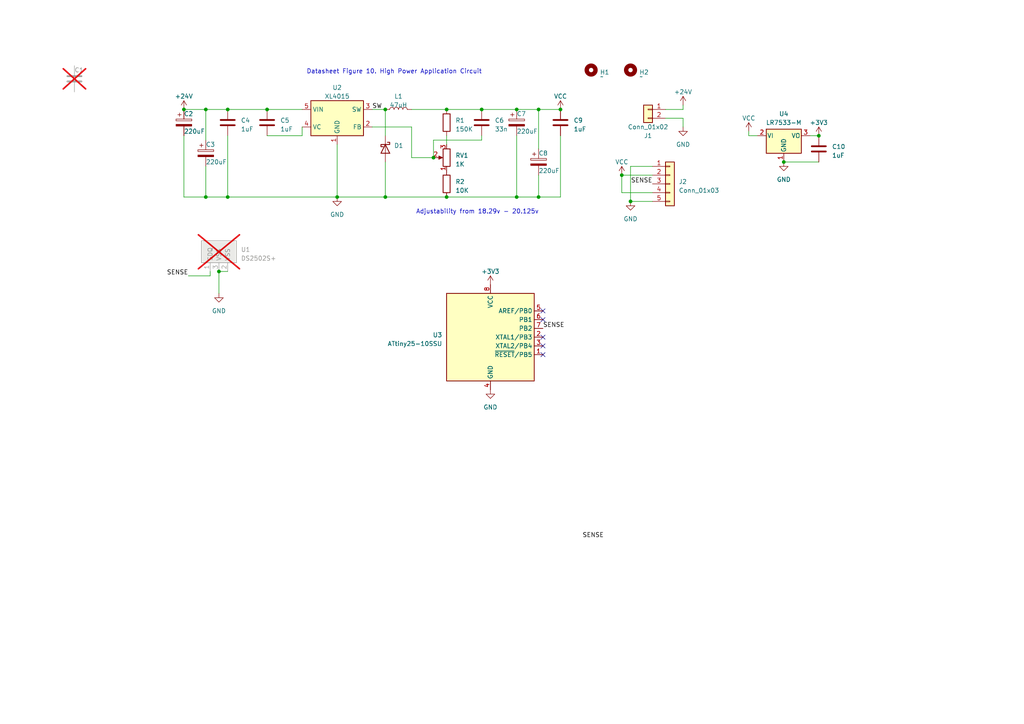
<source format=kicad_sch>
(kicad_sch (version 20230121) (generator eeschema)
  (paper "A4")
  (lib_symbols
    (symbol "Connector_Generic:Conn_01x02" (pin_names (offset 1.016) hide)
      (property "Reference" "J" (at 0 2.54 0))
      (property "Value" "Conn_01x02" (at 0 -5.08 0))
      (symbol "Conn_01x02_1_1"
        (rectangle (start -1.27 -2.413) (end 0 -2.667) (stroke (width 0.1524)))
        (rectangle (start -1.27 0.127) (end 0 -0.127) (stroke (width 0.1524)))
        (rectangle (start -1.27 1.27) (end 1.27 -3.81) (stroke (width 0.254)) (fill (type background)))
        (pin passive line (at -5.08 0 0) (length 3.81) (name "Pin_1") (number "1"))
        (pin passive line (at -5.08 -2.54 0) (length 3.81) (name "Pin_2") (number "2"))
      )
    )
    (symbol "Connector_Generic:Conn_01x05" (pin_names (offset 1.016) hide)
      (property "Reference" "J" (at 0 7.62 0))
      (property "Value" "Conn_01x05" (at 0 -7.62 0))
      (symbol "Conn_01x05_1_1"
        (rectangle (start -1.27 -4.953) (end 0 -5.207) (stroke (width 0.1524)))
        (rectangle (start -1.27 -2.413) (end 0 -2.667) (stroke (width 0.1524)))
        (rectangle (start -1.27 0.127) (end 0 -0.127) (stroke (width 0.1524)))
        (rectangle (start -1.27 2.667) (end 0 2.413) (stroke (width 0.1524)))
        (rectangle (start -1.27 5.207) (end 0 4.953) (stroke (width 0.1524)))
        (rectangle (start -1.27 6.35) (end 1.27 -6.35) (stroke (width 0.254)) (fill (type background)))
        (pin passive line (at -5.08 5.08 0) (length 3.81) (name "Pin_1") (number "1"))
        (pin passive line (at -5.08 2.54 0) (length 3.81) (name "Pin_2") (number "2"))
        (pin passive line (at -5.08 0 0) (length 3.81) (name "Pin_3") (number "3"))
        (pin passive line (at -5.08 -2.54 0) (length 3.81) (name "Pin_4") (number "4"))
        (pin passive line (at -5.08 -5.08 0) (length 3.81) (name "Pin_5") (number "5"))
      )
    )
    (symbol "Device:C" (pin_numbers hide) (pin_names (offset 0.254))
      (property "Reference" "C" (at 0.635 2.54 0))
      (property "Value" "C" (at 0.635 -2.54 0))
      (symbol "C_0_1"
        (polyline (pts (xy -2.032 -0.762) (xy 2.032 -0.762)) (stroke (width 0.508)))
        (polyline (pts (xy -2.032 0.762) (xy 2.032 0.762)) (stroke (width 0.508)))
      )
      (symbol "C_1_1"
        (pin passive line (at 0 3.81 270) (length 2.794) (name "~") (number "1"))
        (pin passive line (at 0 -3.81 90) (length 2.794) (name "~") (number "2"))
      )
    )
    (symbol "Device:C_Polarized" (pin_numbers hide) (pin_names (offset 0.254))
      (property "Reference" "C" (at 0.635 2.54 0))
      (property "Value" "C_Polarized" (at 0.635 -2.54 0))
      (symbol "C_Polarized_0_1"
        (rectangle (start -2.286 0.508) (end 2.286 1.016))
        (polyline (pts (xy -1.778 2.286) (xy -0.762 2.286)))
        (polyline (pts (xy -1.27 2.794) (xy -1.27 1.778)))
        (rectangle (start 2.286 -0.508) (end -2.286 -1.016) (fill (type outline)))
      )
      (symbol "C_Polarized_1_1"
        (pin passive line (at 0 3.81 270) (length 2.794) (name "~") (number "1"))
        (pin passive line (at 0 -3.81 90) (length 2.794) (name "~") (number "2"))
      )
    )
    (symbol "Device:D_Schottky" (pin_numbers hide) (pin_names (offset 1.016) hide)
      (property "Reference" "D" (at 0 2.54 0))
      (property "Value" "D_Schottky" (at 0 -2.54 0))
      (symbol "D_Schottky_0_1"
        (polyline (pts (xy 1.27 0) (xy -1.27 0)))
        (polyline (pts (xy 1.27 1.27) (xy 1.27 -1.27) (xy -1.27 0) (xy 1.27 1.27)) (stroke (width 0.254)))
        (polyline (pts (xy -1.905 0.635) (xy -1.905 1.27) (xy -1.27 1.27) (xy -1.27 -1.27) (xy -0.635 -1.27) (xy -0.635 -0.635)) (stroke (width 0.254)))
      )
      (symbol "D_Schottky_1_1"
        (pin passive line (at -3.81 0 0) (length 2.54) (name "K") (number "1"))
        (pin passive line (at 3.81 0 180) (length 2.54) (name "A") (number "2"))
      )
    )
    (symbol "Device:L" (pin_numbers hide) (pin_names (offset 1.016) hide)
      (property "Reference" "L" (at -1.27 0 90))
      (property "Value" "L" (at 1.905 0 90))
      (symbol "L_0_1"
        (arc (start 0 -2.54) (mid 0.6323 -1.905) (end 0 -1.27))
        (arc (start 0 -1.27) (mid 0.6323 -0.635) (end 0 0))
        (arc (start 0 0) (mid 0.6323 0.635) (end 0 1.27))
        (arc (start 0 1.27) (mid 0.6323 1.905) (end 0 2.54))
      )
      (symbol "L_1_1"
        (pin passive line (at 0 3.81 270) (length 1.27) (name "1") (number "1"))
        (pin passive line (at 0 -3.81 90) (length 1.27) (name "2") (number "2"))
      )
    )
    (symbol "Device:R" (pin_numbers hide) (pin_names (offset 0))
      (property "Reference" "R" (at 2.032 0 90))
      (property "Value" "R" (at 0 0 90))
      (symbol "R_0_1"
        (rectangle (start -1.016 -2.54) (end 1.016 2.54) (stroke (width 0.254)))
      )
      (symbol "R_1_1"
        (pin passive line (at 0 3.81 270) (length 1.27) (name "~") (number "1"))
        (pin passive line (at 0 -3.81 90) (length 1.27) (name "~") (number "2"))
      )
    )
    (symbol "Device:R_Potentiometer" (pin_names (offset 1.016) hide)
      (property "Reference" "RV" (at -4.445 0 90))
      (property "Value" "R_Potentiometer" (at -2.54 0 90))
      (symbol "R_Potentiometer_0_1"
        (polyline (pts (xy 2.54 0) (xy 1.524 0)))
        (polyline (pts (xy 1.143 0) (xy 2.286 0.508) (xy 2.286 -0.508) (xy 1.143 0)) (fill (type outline)))
        (rectangle (start 1.016 2.54) (end -1.016 -2.54) (stroke (width 0.254)))
      )
      (symbol "R_Potentiometer_1_1"
        (pin passive line (at 0 3.81 270) (length 1.27) (name "1") (number "1"))
        (pin passive line (at 3.81 0 180) (length 1.27) (name "2") (number "2"))
        (pin passive line (at 0 -3.81 90) (length 1.27) (name "3") (number "3"))
      )
    )
    (symbol "MCU_Microchip_ATtiny:ATtiny25-20SS"
      (property "Reference" "U" (at -12.7 13.97 0))
      (property "Value" "ATtiny25-20SS" (at 2.54 -13.97 0))
      (symbol "ATtiny25-20SS_0_1"
        (rectangle (start -12.7 -12.7) (end 12.7 12.7) (stroke (width 0.254)) (fill (type background)))
      )
      (symbol "ATtiny25-20SS_1_1"
        (pin bidirectional line (at 15.24 -5.08 180) (length 2.54) (name "~{RESET}/PB5") (number "1"))
        (pin bidirectional line (at 15.24 0 180) (length 2.54) (name "XTAL1/PB3") (number "2"))
        (pin bidirectional line (at 15.24 -2.54 180) (length 2.54) (name "XTAL2/PB4") (number "3"))
        (pin power_in line (at 0 -15.24 90) (length 2.54) (name "GND") (number "4"))
        (pin bidirectional line (at 15.24 7.62 180) (length 2.54) (name "AREF/PB0") (number "5"))
        (pin bidirectional line (at 15.24 5.08 180) (length 2.54) (name "PB1") (number "6"))
        (pin bidirectional line (at 15.24 2.54 180) (length 2.54) (name "PB2") (number "7"))
        (pin power_in line (at 0 15.24 270) (length 2.54) (name "VCC") (number "8"))
      )
    )
    (symbol "Mechanical:MountingHole" (pin_names (offset 1.016))
      (property "Reference" "H" (at 0 5.08 0))
      (property "Value" "MountingHole" (at 0 3.175 0))
      (symbol "MountingHole_0_1"
        (circle (center 0 0) (radius 1.27) (stroke (width 1.27)))
      )
    )
    (symbol "Optiplower:DS2502"
      (property "Reference" "U" (at -3.81 3.81 0))
      (property "Value" "DS2502+" (at 0 0 0))
      (symbol "DS2502_1_1"
        (rectangle (start -5.08 2.54) (end 5.08 -3.81) (fill (type background)))
        (pin input line (at -2.54 -6.35 90) (length 2.54) (name "SDQ") (number "1"))
        (pin input line (at 2.54 -6.35 90) (length 2.54) (name "VSS") (number "2"))
        (pin input line (at 0 -6.35 90) (length 2.54) (name "VSS") (number "3"))
      )
    )
    (symbol "Optiplower:LR7533-M" (pin_names (offset 0.254))
      (property "Reference" "U" (at -3.81 3.175 0))
      (property "Value" "LR7533-M" (at 0 3.175 0))
      (symbol "LR7533-M_0_1"
        (rectangle (start -5.08 1.905) (end 5.08 -5.08) (stroke (width 0.254)) (fill (type background)))
      )
      (symbol "LR7533-M_1_1"
        (pin power_in line (at 0 -7.62 90) (length 2.54) (name "GND") (number "1"))
        (pin power_in line (at -7.62 0 0) (length 2.54) (name "VI") (number "2"))
        (pin power_out line (at 7.62 0 180) (length 2.54) (name "VO") (number "3"))
      )
    )
    (symbol "Regulator_Switching:XL4015"
      (property "Reference" "U?" (at -6.35 6.35 0))
      (property "Value" "XL4015" (at 6.35 6.35 0))
      (symbol "XL4015_0_1"
        (rectangle (start -7.62 5.08) (end 7.62 -5.08) (stroke (width 0.254)) (fill (type background)))
      )
      (symbol "XL4015_1_1"
        (pin power_in line (at 0 -7.62 90) (length 2.54) (name "GND") (number "1"))
        (pin input line (at 10.16 -2.54 180) (length 2.54) (name "FB") (number "2"))
        (pin power_out line (at 10.16 2.54 180) (length 2.54) (name "SW") (number "3"))
        (pin input line (at -10.16 -2.54 0) (length 2.54) (name "VC") (number "4"))
        (pin power_in line (at -10.16 2.54 0) (length 2.54) (name "VIN") (number "5"))
      )
    )
    (symbol "power:+24V" (power) (pin_names (offset 0))
      (property "Value" "+24V" (at 0 3.556 0))
      (symbol "+24V_0_1"
        (polyline (pts (xy -0.762 1.27) (xy 0 2.54)))
        (polyline (pts (xy 0 0) (xy 0 2.54)))
        (polyline (pts (xy 0 2.54) (xy 0.762 1.27)))
      )
      (symbol "+24V_1_1"
        (pin power_in line (at 0 0 90) (length 0) hide (name "+24V") (number "1"))
      )
    )
    (symbol "power:+3V3" (power) (pin_names (offset 0))
      (property "Value" "+3V3" (at 0 3.556 0))
      (symbol "+3V3_0_1"
        (polyline (pts (xy -0.762 1.27) (xy 0 2.54)))
        (polyline (pts (xy 0 0) (xy 0 2.54)))
        (polyline (pts (xy 0 2.54) (xy 0.762 1.27)))
      )
      (symbol "+3V3_1_1"
        (pin power_in line (at 0 0 90) (length 0) hide (name "+3V3") (number "1"))
      )
    )
    (symbol "power:GND" (power) (pin_names (offset 0))
      (property "Value" "GND" (at 0 -3.81 0))
      (symbol "GND_0_1"
        (polyline (pts (xy 0 0) (xy 0 -1.27) (xy 1.27 -1.27) (xy 0 -2.54) (xy -1.27 -1.27) (xy 0 -1.27)))
      )
      (symbol "GND_1_1"
        (pin power_in line (at 0 0 270) (length 0) hide (name "GND") (number "1"))
      )
    )
    (symbol "power:VCC" (power) (pin_names (offset 0))
      (property "Value" "VCC" (at 0 3.81 0))
      (symbol "VCC_0_1"
        (polyline (pts (xy -0.762 1.27) (xy 0 2.54)))
        (polyline (pts (xy 0 0) (xy 0 2.54)))
        (polyline (pts (xy 0 2.54) (xy 0.762 1.27)))
      )
      (symbol "VCC_1_1"
        (pin power_in line (at 0 0 90) (length 0) hide (name "VCC") (number "1"))
      )
    )
  )
  (junction (at 125.73 45.72))
  (junction (at 66.04 57.15))
  (junction (at 77.47 31.75))
  (junction (at 149.86 57.15))
  (junction (at 237.49 39.37))
  (junction (at 156.21 31.75))
  (junction (at 129.54 57.15))
  (junction (at 59.69 57.15))
  (junction (at 149.86 31.75))
  (junction (at 111.76 31.75))
  (junction (at 97.79 57.15))
  (junction (at 66.04 31.75))
  (junction (at 59.69 31.75))
  (junction (at 156.21 57.15))
  (junction (at 162.56 31.75))
  (junction (at 111.76 57.15))
  (junction (at 63.5 78.74))
  (junction (at 129.54 31.75))
  (junction (at 139.7 31.75))
  (junction (at 182.88 58.42))
  (junction (at 227.33 46.99))
  (junction (at 53.34 31.75))
  (junction (at 180.34 50.8))
  (no_connect (at 157.48 92.71))
  (no_connect (at 157.48 90.17))
  (no_connect (at 157.48 97.79))
  (no_connect (at 157.48 100.33))
  (no_connect (at 157.48 102.87))
  (wire (pts (xy 219.71 39.37) (xy 217.17 39.37)))
  (wire (pts (xy 59.69 31.75) (xy 59.69 40.64)))
  (wire (pts (xy 53.34 39.37) (xy 53.34 57.15)))
  (wire (pts (xy 119.38 31.75) (xy 129.54 31.75)))
  (wire (pts (xy 66.04 31.75) (xy 77.47 31.75)))
  (wire (pts (xy 53.34 31.75) (xy 59.69 31.75)))
  (wire (pts (xy 217.17 39.37) (xy 217.17 38.1)))
  (wire (pts (xy 189.23 50.8) (xy 180.34 50.8)))
  (wire (pts (xy 59.69 57.15) (xy 66.04 57.15)))
  (wire (pts (xy 156.21 31.75) (xy 162.56 31.75)))
  (wire (pts (xy 156.21 57.15) (xy 149.86 57.15)))
  (wire (pts (xy 227.33 46.99) (xy 237.49 46.99)))
  (wire (pts (xy 66.04 39.37) (xy 66.04 57.15)))
  (wire (pts (xy 156.21 50.8) (xy 156.21 57.15)))
  (wire (pts (xy 59.69 48.26) (xy 59.69 57.15)))
  (wire (pts (xy 111.76 57.15) (xy 129.54 57.15)))
  (wire (pts (xy 77.47 31.75) (xy 87.63 31.75)))
  (wire (pts (xy 193.04 31.75) (xy 198.12 31.75)))
  (wire (pts (xy 63.5 78.74) (xy 63.5 85.09)))
  (wire (pts (xy 119.38 45.72) (xy 125.73 45.72)))
  (wire (pts (xy 87.63 39.37) (xy 87.63 36.83)))
  (wire (pts (xy 97.79 41.91) (xy 97.79 57.15)))
  (wire (pts (xy 107.95 36.83) (xy 119.38 36.83)))
  (wire (pts (xy 193.04 34.29) (xy 198.12 34.29)))
  (wire (pts (xy 60.96 78.74) (xy 60.96 80.01)))
  (wire (pts (xy 111.76 46.99) (xy 111.76 57.15)))
  (wire (pts (xy 139.7 40.64) (xy 125.73 40.64)))
  (wire (pts (xy 77.47 39.37) (xy 87.63 39.37)))
  (wire (pts (xy 119.38 36.83) (xy 119.38 45.72)))
  (wire (pts (xy 54.61 80.01) (xy 60.96 80.01)))
  (wire (pts (xy 139.7 39.37) (xy 139.7 40.64)))
  (wire (pts (xy 139.7 31.75) (xy 149.86 31.75)))
  (wire (pts (xy 182.88 58.42) (xy 189.23 58.42)))
  (wire (pts (xy 162.56 57.15) (xy 156.21 57.15)))
  (wire (pts (xy 180.34 50.8) (xy 180.34 55.88)))
  (wire (pts (xy 129.54 31.75) (xy 139.7 31.75)))
  (wire (pts (xy 149.86 57.15) (xy 129.54 57.15)))
  (wire (pts (xy 149.86 31.75) (xy 156.21 31.75)))
  (wire (pts (xy 180.34 55.88) (xy 189.23 55.88)))
  (wire (pts (xy 53.34 57.15) (xy 59.69 57.15)))
  (wire (pts (xy 162.56 39.37) (xy 162.56 57.15)))
  (wire (pts (xy 97.79 57.15) (xy 111.76 57.15)))
  (wire (pts (xy 234.95 39.37) (xy 237.49 39.37)))
  (wire (pts (xy 107.95 31.75) (xy 111.76 31.75)))
  (wire (pts (xy 149.86 39.37) (xy 149.86 57.15)))
  (wire (pts (xy 198.12 34.29) (xy 198.12 36.83)))
  (wire (pts (xy 66.04 57.15) (xy 97.79 57.15)))
  (wire (pts (xy 59.69 31.75) (xy 66.04 31.75)))
  (wire (pts (xy 129.54 39.37) (xy 129.54 41.91)))
  (wire (pts (xy 189.23 48.26) (xy 182.88 48.26)))
  (wire (pts (xy 182.88 48.26) (xy 182.88 58.42)))
  (wire (pts (xy 198.12 31.75) (xy 198.12 30.48)))
  (wire (pts (xy 111.76 31.75) (xy 111.76 39.37)))
  (wire (pts (xy 63.5 78.74) (xy 66.04 78.74)))
  (wire (pts (xy 156.21 31.75) (xy 156.21 43.18)))
  (wire (pts (xy 125.73 40.64) (xy 125.73 45.72)))
  (text "Adjustability from 18.29v - 20.125v" (at 120.65 62.23 0) (effects (font (size 1.27 1.27)) (justify left bottom)))
  (text "Datasheet Figure 10. High Power Application Circuit" (at 88.9 21.59 0) (effects (font (size 1.27 1.27)) (justify left bottom)))
  (label "SENSE" (at 54.61 80.01 180))
  (label "SENSE" (at 189.23 53.34 180))
  (label "SW" (at 107.95 31.75 0))
  (label "SENSE" (at 168.91 156.21 0))
  (label "SENSE" (at 157.48 95.25 0))
  (symbol (lib_id "Device:C") (at 66.04 35.56 0) (unit 1)
    (property "Reference" "C4" (at 69.85 34.925 0) (effects (justify left)))
    (property "Value" "1uF" (at 69.85 37.465 0) (effects (justify left)))
    (property "Footprint" "Capacitor_SMD:C_0805_2012Metric_Pad1.18x1.45mm_HandSolder" (effects hide))
    (property "LCSC" "C28323" (effects hide))
    (property "SmartMatch" "1uF X7R 0805" (effects hide))
  )
  (symbol (lib_id "power:VCC") (at 180.34 50.8 0) (unit 1)
    (property "Reference" "#PWR07" (effects hide))
    (property "Value" "VCC" (at 180.34 46.99 0))
  )
  (symbol (lib_id "power:GND") (at 227.33 46.99 0) (unit 1)
    (property "Reference" "#PWR012" (effects hide))
    (property "Value" "GND" (at 227.33 52.07 0))
  )
  (symbol (lib_id "power:+3V3") (at 237.49 39.37 0) (unit 1)
    (property "Reference" "#PWR013" (effects hide))
    (property "Value" "+3V3" (at 237.49 35.56 0))
  )
  (symbol (lib_id "power:GND") (at 182.88 58.42 0) (unit 1)
    (property "Reference" "#PWR08" (effects hide))
    (property "Value" "GND" (at 182.88 63.5 0))
  )
  (symbol (lib_id "Regulator_Switching:XL4015") (at 97.79 34.29 0) (unit 1)
    (property "Reference" "U2" (at 97.79 25.4 0))
    (property "Value" "XL4015" (at 97.79 27.94 0))
    (property "Footprint" "Package_TO_SOT_SMD:TO-263-5_TabPin3" (effects hide))
    (property "Datasheet" "https://www.xlsemi.com/datasheet/XL4015-EN.pdf" (effects hide))
    (property "LCSC" "C51661" (effects hide))
    (property "MPN" "XL4015E1 " (effects hide))
    (property "Manufacturer" "XLSEMI" (effects hide))
  )
  (symbol (lib_id "power:+24V") (at 198.12 30.48 0) (unit 1)
    (property "Reference" "#PWR09" (effects hide))
    (property "Value" "+24V" (at 198.12 26.67 0))
  )
  (symbol (lib_id "Device:C") (at 21.59 22.86 0) (unit 1) (in_bom no) (on_board no) (dnp yes)
    (property "Reference" "C1" (at 21.59 20.32 0) (effects (justify left)))
    (property "Value" "22uF" (effects hide))
    (property "Footprint" "Capacitor_SMD:C_0805_2012Metric_Pad1.18x1.45mm_HandSolder" (effects hide))
    (property "LCSC" "C45783" (effects hide))
    (property "SmartMatch" "22uF 25v X7R 0805" (effects hide))
  )
  (symbol (lib_id "Device:C_Polarized") (at 149.86 35.56 0) (unit 1)
    (property "Reference" "C7" (at 149.86 33.02 0) (effects (justify left)))
    (property "Value" "220uF" (at 149.86 38.1 0) (effects (justify left)))
    (property "Footprint" "Capacitor_SMD:CP_Elec_6.3x7.7" (effects hide))
    (property "LCSC" "C340768" (effects hide))
    (property "MPN" "UCM1E221MCL1GS" (effects hide))
    (property "Manufacturer" "Nichicon" (effects hide))
  )
  (symbol (lib_id "power:GND") (at 142.24 113.03 0) (unit 1)
    (property "Reference" "#PWR05" (effects hide))
    (property "Value" "GND" (at 142.24 118.11 0))
  )
  (symbol (lib_id "Device:C_Polarized") (at 59.69 44.45 0) (unit 1)
    (property "Reference" "C3" (at 59.69 41.91 0) (effects (justify left)))
    (property "Value" "220uF" (at 59.69 46.99 0) (effects (justify left)))
    (property "Footprint" "Capacitor_SMD:CP_Elec_6.3x7.7" (effects hide))
    (property "LCSC" "C340768" (effects hide))
    (property "MPN" "UCM1E221MCL1GS" (effects hide))
    (property "Manufacturer" "Nichicon" (effects hide))
  )
  (symbol (lib_id "Device:C_Polarized") (at 156.21 46.99 0) (unit 1)
    (property "Reference" "C8" (at 156.21 44.45 0) (effects (justify left)))
    (property "Value" "220uF" (at 156.21 49.53 0) (effects (justify left)))
    (property "Footprint" "Capacitor_SMD:CP_Elec_6.3x7.7" (effects hide))
    (property "LCSC" "C340768" (effects hide))
    (property "MPN" "UCM1E221MCL1GS" (effects hide))
    (property "Manufacturer" "Nichicon" (effects hide))
  )
  (symbol (lib_id "Connector_Generic:Conn_01x02") (at 187.96 31.75 0) (mirror y) (unit 1) (in_bom no)
    (property "Reference" "J1" (at 187.96 39.37 0))
    (property "Value" "Conn_01x02" (at 187.96 36.83 0))
    (property "Footprint" "Optiplower:5.08_PWR_IN" (effects hide))
  )
  (symbol (lib_id "MCU_Microchip_ATtiny:ATtiny25-20SS") (at 142.24 97.79 0) (unit 1) (in_bom no)
    (property "Reference" "U3" (at 128.27 97.155 0) (effects (justify right)))
    (property "Value" "ATtiny25-10SSU" (at 128.27 99.695 0) (effects (justify right)))
    (property "Footprint" "Package_SO:SOIC-8_3.9x4.9mm_P1.27mm" (effects hide))
    (property "Datasheet" "http://ww1.microchip.com/downloads/en/DeviceDoc/atmel-2586-avr-8-bit-microcontroller-attiny25-attiny45-attiny85_datasheet.pdf" (effects hide))
    (property "LCSC" "C148097" (effects hide))
    (property "MPN" "ATtiny25-10SSU" (effects hide))
    (property "Manufacturer" "Microchip" (effects hide))
    (property "Farnell PN" "1636952" (effects hide))
  )
  (symbol (lib_id "Device:R") (at 129.54 35.56 0) (unit 1)
    (property "Reference" "R1" (at 132.08 34.925 0) (effects (justify left)))
    (property "Value" "150K" (at 132.08 37.465 0) (effects (justify left)))
    (property "Footprint" "Resistor_SMD:R_0805_2012Metric_Pad1.20x1.40mm_HandSolder" (effects hide))
    (property "LCSC" "C17470" (effects hide))
    (property "SmartMatch" "150K 0805 1%" (effects hide))
  )
  (symbol (lib_id "power:+3V3") (at 142.24 82.55 0) (unit 1)
    (property "Reference" "#PWR04" (effects hide))
    (property "Value" "+3V3" (at 142.24 78.74 0))
  )
  (symbol (lib_id "Connector_Generic:Conn_01x05") (at 194.31 53.34 0) (unit 1) (in_bom no)
    (property "Reference" "J2" (at 196.85 52.705 0) (effects (justify left)))
    (property "Value" "Conn_01x03" (at 196.85 55.245 0) (effects (justify left)))
    (property "Footprint" "Optiplower:Output_pads" (effects hide))
  )
  (symbol (lib_id "Device:C") (at 139.7 35.56 0) (unit 1)
    (property "Reference" "C6" (at 143.51 34.925 0) (effects (justify left)))
    (property "Value" "33n" (at 143.51 37.465 0) (effects (justify left)))
    (property "Footprint" "Capacitor_SMD:C_0805_2012Metric_Pad1.18x1.45mm_HandSolder" (effects hide))
    (property "LCSC" "C1739" (effects hide))
    (property "SmartMatch" "33n X7R 0805" (effects hide))
  )
  (symbol (lib_id "Device:C") (at 237.49 43.18 0) (unit 1)
    (property "Reference" "C10" (at 241.3 42.545 0) (effects (justify left)))
    (property "Value" "1uF" (at 241.3 45.085 0) (effects (justify left)))
    (property "Footprint" "Capacitor_SMD:C_0805_2012Metric_Pad1.18x1.45mm_HandSolder" (effects hide))
    (property "LCSC" "C28323" (effects hide))
    (property "SmartMatch" "1uF X7R 0805" (effects hide))
  )
  (symbol (lib_id "power:VCC") (at 162.56 31.75 0) (unit 1)
    (property "Reference" "#PWR06" (effects hide))
    (property "Value" "VCC" (at 162.56 27.94 0))
  )
  (symbol (lib_id "Mechanical:MountingHole") (at 182.88 20.32 0) (unit 1)
    (property "Reference" "H2" (at 185.42 20.955 0) (effects (justify left)))
    (property "Value" "~" (at 185.42 22.225 0) (effects (justify left)))
    (property "Footprint" "MountingHole:MountingHole_2.2mm_M2" (effects hide))
  )
  (symbol (lib_id "Mechanical:MountingHole") (at 171.45 20.32 0) (unit 1)
    (property "Reference" "H1" (at 173.99 20.955 0) (effects (justify left)))
    (property "Value" "~" (at 173.99 22.225 0) (effects (justify left)))
    (property "Footprint" "MountingHole:MountingHole_2.2mm_M2" (effects hide))
  )
  (symbol (lib_id "Device:L") (at 115.57 31.75 90) (unit 1)
    (property "Reference" "L1" (at 115.57 27.94 90))
    (property "Value" "47uH" (at 115.57 30.48 90))
    (property "Footprint" "Optiplower:L_MDA1050_10x11mm" (effects hide))
    (property "LCSC" "C2847567" (effects hide))
    (property "MPN" "MDA1050-470M" (effects hide))
    (property "Manufacturer" "Koher" (effects hide))
  )
  (symbol (lib_id "power:GND") (at 198.12 36.83 0) (unit 1)
    (property "Reference" "#PWR010" (effects hide))
    (property "Value" "GND" (at 198.12 41.91 0))
  )
  (symbol (lib_id "power:GND") (at 63.5 85.09 0) (unit 1)
    (property "Reference" "#PWR02" (effects hide))
    (property "Value" "GND" (at 63.5 90.17 0))
  )
  (symbol (lib_id "power:+24V") (at 53.34 31.75 0) (unit 1)
    (property "Reference" "#PWR01" (effects hide))
    (property "Value" "+24V" (at 53.34 27.94 0))
  )
  (symbol (lib_id "Device:D_Schottky") (at 111.76 43.18 270) (unit 1)
    (property "Reference" "D1" (at 114.3 42.2275 90) (effects (justify left)))
    (property "Value" "SK84B" (effects hide))
    (property "Footprint" "Diode_SMD:D_SMB_Handsoldering" (effects hide))
    (property "Datasheet" "https://datasheet.lcsc.com/lcsc/2208181800_GOODWORK-MBRD1045_C5137764.pdf" (effects hide))
    (property "LCSC" "C65016" (effects hide))
    (property "MPN" "SK84B" (effects hide))
    (property "Manufacturer" "MDD" (effects hide))
  )
  (symbol (lib_id "Device:C") (at 162.56 35.56 0) (unit 1)
    (property "Reference" "C9" (at 166.37 34.925 0) (effects (justify left)))
    (property "Value" "1uF" (at 166.37 37.465 0) (effects (justify left)))
    (property "Footprint" "Capacitor_SMD:C_0805_2012Metric_Pad1.18x1.45mm_HandSolder" (effects hide))
    (property "LCSC" "C28323" (effects hide))
    (property "SmartMatch" "1uF X7R 0805" (effects hide))
  )
  (symbol (lib_id "Device:R_Potentiometer") (at 129.54 45.72 180) (unit 1)
    (property "Reference" "RV1" (at 132.08 45.085 0) (effects (justify right)))
    (property "Value" "1K" (at 132.08 47.625 0) (effects (justify right)))
    (property "Footprint" "Potentiometer_SMD:Potentiometer_Bourns_TC33X_Vertical" (effects hide))
    (property "LCSC" "C719174" (effects hide))
    (property "MPN" "TC33X-2-102E" (effects hide))
    (property "Manufacturer" "Bourns" (effects hide))
  )
  (symbol (lib_id "Device:C_Polarized") (at 53.34 35.56 0) (unit 1)
    (property "Reference" "C2" (at 53.34 33.02 0) (effects (justify left)))
    (property "Value" "220uF" (at 53.34 38.1 0) (effects (justify left)))
    (property "Footprint" "Capacitor_SMD:CP_Elec_6.3x7.7" (effects hide))
    (property "LCSC" "C340768" (effects hide))
    (property "MPN" "UCM1E221MCL1GS" (effects hide))
    (property "Manufacturer" "Nichicon" (effects hide))
  )
  (symbol (lib_id "power:GND") (at 97.79 57.15 0) (unit 1)
    (property "Reference" "#PWR03" (effects hide))
    (property "Value" "GND" (at 97.79 62.23 0))
  )
  (symbol (lib_id "Device:C") (at 77.47 35.56 0) (unit 1)
    (property "Reference" "C5" (at 81.28 34.925 0) (effects (justify left)))
    (property "Value" "1uF" (at 81.28 37.465 0) (effects (justify left)))
    (property "Footprint" "Capacitor_SMD:C_0805_2012Metric_Pad1.18x1.45mm_HandSolder" (effects hide))
    (property "LCSC" "C28323" (effects hide))
    (property "SmartMatch" "1uF X7R 0805" (effects hide))
  )
  (symbol (lib_id "Device:R") (at 129.54 53.34 0) (unit 1)
    (property "Reference" "R2" (at 132.08 52.705 0) (effects (justify left)))
    (property "Value" "10K" (at 132.08 55.245 0) (effects (justify left)))
    (property "Footprint" "Resistor_SMD:R_0805_2012Metric_Pad1.20x1.40mm_HandSolder" (effects hide))
    (property "LCSC" "C17414" (effects hide))
    (property "SmartMatch" "10K 0805 1%" (effects hide))
  )
  (symbol (lib_id "power:VCC") (at 217.17 38.1 0) (unit 1)
    (property "Reference" "#PWR011" (effects hide))
    (property "Value" "VCC" (at 217.17 34.29 0))
  )
  (symbol (lib_id "Optiplower:LR7533-M") (at 227.33 39.37 0) (unit 1)
    (property "Reference" "U4" (at 227.33 33.02 0))
    (property "Value" "LR7533-M" (at 227.33 35.56 0))
    (property "Footprint" "Package_TO_SOT_SMD:SOT-89-3_Handsoldering" (effects hide))
    (property "Datasheet" "https://datasheet.lcsc.com/lcsc/2003121111_LR-LR7533-M_C486076.pdf" (effects hide))
    (property "LCSC" "C486076" (effects hide))
    (property "MPN" "LR7533-M" (effects hide))
    (property "Manufacturer" "LR" (effects hide))
  )
  (symbol (lib_id "Optiplower:DS2502") (at 63.5 72.39 0) (unit 1) (in_bom no) (dnp yes)
    (property "Reference" "U1" (at 69.85 72.39 0) (effects (justify left)))
    (property "Value" "DS2502S+" (at 69.85 74.93 0) (effects (justify left)))
    (property "Footprint" "Package_TO_SOT_SMD:SOT-23" (effects hide))
    (property "Datasheet" "https://www.analog.com/media/en/technical-documentation/data-sheets/DS2502.pdf" (effects hide))
  )
)
</source>
